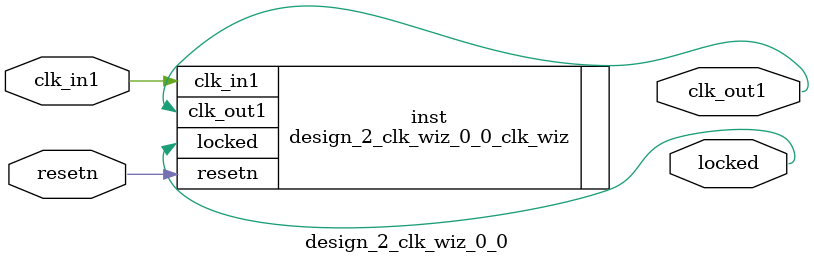
<source format=v>


`timescale 1ps/1ps

(* CORE_GENERATION_INFO = "design_2_clk_wiz_0_0,clk_wiz_v6_0_9_0_0,{component_name=design_2_clk_wiz_0_0,use_phase_alignment=true,use_min_o_jitter=false,use_max_i_jitter=false,use_dyn_phase_shift=false,use_inclk_switchover=false,use_dyn_reconfig=false,enable_axi=0,feedback_source=FDBK_AUTO,PRIMITIVE=MMCM,num_out_clk=1,clkin1_period=10.000,clkin2_period=10.000,use_power_down=false,use_reset=true,use_locked=true,use_inclk_stopped=false,feedback_type=SINGLE,CLOCK_MGR_TYPE=NA,manual_override=false}" *)

module design_2_clk_wiz_0_0 
 (
  // Clock out ports
  output        clk_out1,
  // Status and control signals
  input         resetn,
  output        locked,
 // Clock in ports
  input         clk_in1
 );

  design_2_clk_wiz_0_0_clk_wiz inst
  (
  // Clock out ports  
  .clk_out1(clk_out1),
  // Status and control signals               
  .resetn(resetn), 
  .locked(locked),
 // Clock in ports
  .clk_in1(clk_in1)
  );

endmodule

</source>
